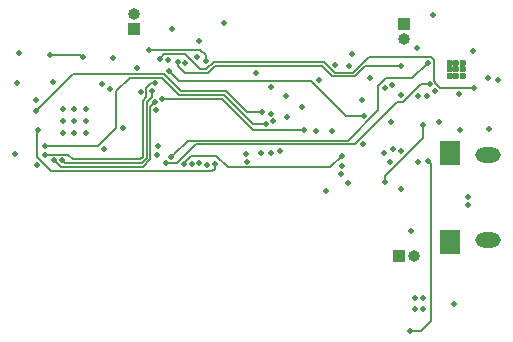
<source format=gbr>
%TF.GenerationSoftware,KiCad,Pcbnew,(5.1.9-0-10_14)*%
%TF.CreationDate,2021-08-08T20:33:52+02:00*%
%TF.ProjectId,Leo_muziekdoos,4c656f5f-6d75-47a6-9965-6b646f6f732e,rev?*%
%TF.SameCoordinates,Original*%
%TF.FileFunction,Copper,L2,Inr*%
%TF.FilePolarity,Positive*%
%FSLAX46Y46*%
G04 Gerber Fmt 4.6, Leading zero omitted, Abs format (unit mm)*
G04 Created by KiCad (PCBNEW (5.1.9-0-10_14)) date 2021-08-08 20:33:52*
%MOMM*%
%LPD*%
G01*
G04 APERTURE LIST*
%TA.AperFunction,ComponentPad*%
%ADD10C,0.600000*%
%TD*%
%TA.AperFunction,ComponentPad*%
%ADD11O,1.000000X1.000000*%
%TD*%
%TA.AperFunction,ComponentPad*%
%ADD12R,1.000000X1.000000*%
%TD*%
%TA.AperFunction,ComponentPad*%
%ADD13R,1.800000X2.000000*%
%TD*%
%TA.AperFunction,ComponentPad*%
%ADD14O,2.150000X1.300000*%
%TD*%
%TA.AperFunction,ComponentPad*%
%ADD15C,0.500000*%
%TD*%
%TA.AperFunction,ViaPad*%
%ADD16C,0.500000*%
%TD*%
%TA.AperFunction,Conductor*%
%ADD17C,0.152400*%
%TD*%
%TA.AperFunction,Conductor*%
%ADD18C,0.203200*%
%TD*%
G04 APERTURE END LIST*
D10*
%TO.N,GND*%
%TO.C,U5*%
X79594800Y-68944400D03*
X79594800Y-69494400D03*
X79594800Y-70044400D03*
X79044800Y-68944400D03*
X79044800Y-69494400D03*
X79044800Y-70044400D03*
X78494800Y-68944400D03*
X78494800Y-69494400D03*
X78494800Y-70044400D03*
%TD*%
D11*
%TO.N,Net-(C23-Pad2)*%
%TO.C,J4*%
X51816000Y-64820800D03*
D12*
%TO.N,Net-(C20-Pad2)*%
X51816000Y-66090800D03*
%TD*%
D11*
%TO.N,/I2S_DAC_AMP/SPK_OUT-*%
%TO.C,J3*%
X74625200Y-66903600D03*
D12*
%TO.N,/I2S_DAC_AMP/SPKOUT+*%
X74625200Y-65633600D03*
%TD*%
D11*
%TO.N,GND*%
%TO.C,J1*%
X75501500Y-85280500D03*
D12*
%TO.N,+BATT*%
X74231500Y-85280500D03*
%TD*%
D13*
%TO.N,GND*%
%TO.C,J2*%
X78551800Y-84140200D03*
D14*
X81711800Y-83940200D03*
D13*
X78551800Y-76540200D03*
D14*
X81711800Y-76740200D03*
%TD*%
D15*
%TO.N,GND*%
%TO.C,U3*%
X45736000Y-74850500D03*
X45736000Y-73850500D03*
X45736000Y-72850500D03*
X46736000Y-74850500D03*
X46736000Y-73850500D03*
X46736000Y-72850500D03*
X47736000Y-74850500D03*
X47736000Y-73850500D03*
X47736000Y-72850500D03*
%TD*%
D16*
%TO.N,GND*%
X65976500Y-72644000D03*
X42020787Y-68060491D03*
X41859200Y-70612000D03*
X44932600Y-70535800D03*
X50035400Y-68506280D03*
X55013860Y-66106040D03*
X63400500Y-70965500D03*
X50859029Y-74430229D03*
X77114400Y-64922400D03*
X71081900Y-72072500D03*
X57302400Y-67094000D03*
X57099200Y-68401213D03*
X59385200Y-65557400D03*
X69860200Y-79080400D03*
X68001797Y-79775363D03*
X75742800Y-67716400D03*
X80518000Y-67945000D03*
X79298800Y-71577200D03*
X72939150Y-76569069D03*
X82626198Y-70408800D03*
X78867000Y-89357200D03*
X75565000Y-88874600D03*
X76225400Y-88874600D03*
X76225400Y-89814400D03*
X75565000Y-89814400D03*
X43557576Y-77610033D03*
X49780010Y-71160506D03*
X53686794Y-76728634D03*
X76622097Y-71757249D03*
%TO.N,/CPU/ADC1_IN2*%
X71268410Y-73456800D03*
X54725821Y-69631038D03*
%TO.N,+BATT*%
X71729600Y-70256400D03*
X64774284Y-73559478D03*
X75260200Y-83134200D03*
X74371200Y-79654400D03*
X74414750Y-76427588D03*
X73558400Y-73939400D03*
%TO.N,/Power/PSU_BTN_RAW*%
X70235040Y-68144160D03*
X74405149Y-71686205D03*
X64109600Y-76377800D03*
%TO.N,+3V3*%
X43449240Y-72044560D03*
X62079039Y-69769810D03*
X49225200Y-76200000D03*
X77597000Y-73964800D03*
X73025000Y-79044800D03*
X76274981Y-74224980D03*
X81711800Y-70230996D03*
X54660800Y-68681600D03*
X52004617Y-69400778D03*
X49046461Y-70687585D03*
X61247900Y-76640300D03*
X53848000Y-75946000D03*
%TO.N,Net-(C17-Pad2)*%
X44640500Y-68237100D03*
X47447200Y-68478400D03*
%TO.N,/CPU/NRST*%
X53086000Y-67818000D03*
X57843810Y-68757800D03*
%TO.N,/Power/CHG_STAT_LED*%
X81813400Y-74574400D03*
X79375000Y-74599800D03*
%TO.N,/Power/PSU_EN*%
X75797702Y-71750902D03*
X73730039Y-76225400D03*
%TO.N,/CPU/USB_D-*%
X80060800Y-80949800D03*
X69337573Y-78331101D03*
%TO.N,/CPU/USB_D+*%
X69357494Y-77674165D03*
X80067261Y-80286536D03*
%TO.N,/CPU/SDIO_D0*%
X70002400Y-69189600D03*
X64687840Y-71710162D03*
%TO.N,/CPU/SDIO_CLK*%
X68783200Y-69088000D03*
X56673961Y-77491134D03*
%TO.N,/CPU/SDIO_CMD*%
X54121622Y-71954609D03*
X66146061Y-74619187D03*
%TO.N,/CPU/SDIO_D3*%
X67411600Y-70408800D03*
X63347600Y-73228200D03*
%TO.N,/CPU/SDIO_D2*%
X68570183Y-74695618D03*
X57964761Y-77566646D03*
%TO.N,/CPU/SDIO_D1*%
X67208400Y-74695620D03*
X57324477Y-77441432D03*
%TO.N,/CPU/MEAS_EN*%
X63582839Y-73895239D03*
X73025000Y-71069200D03*
%TO.N,/CPU/BTN_PWR*%
X63355589Y-76551822D03*
X53643012Y-72921896D03*
%TO.N,/CPU/PW_HOLD*%
X69367400Y-76835000D03*
X56021815Y-77509736D03*
%TO.N,/Power/PSU_EN_BUF*%
X75819000Y-77343000D03*
X73431400Y-77343000D03*
%TO.N,Net-(R5-Pad2)*%
X76631800Y-77241400D03*
X75145200Y-91629800D03*
%TO.N,/I2S_DAC_AMP/I2S_SD_MODE*%
X80543400Y-71043800D03*
X53963496Y-68568597D03*
%TO.N,/CPU/NFC_RX*%
X43459400Y-73012300D03*
X62619971Y-73066721D03*
%TO.N,/CPU/NFC_MISO*%
X62957448Y-74081055D03*
X44268334Y-75954000D03*
%TO.N,/CPU/SWCLK*%
X62509396Y-76530200D03*
%TO.N,/CPU/SWDIO*%
X61321702Y-77315742D03*
%TO.N,/CPU/NFC_TX*%
X43657520Y-74615040D03*
X58616639Y-77540267D03*
%TO.N,/CPU/DAC_BCLK*%
X54517514Y-77436195D03*
X76802011Y-70749238D03*
%TO.N,/CPU/DAC_LRCK*%
X76657200Y-68935600D03*
X54940200Y-76936600D03*
%TO.N,/CPU/NFC_SPI_MOSI*%
X53553212Y-72274845D03*
X45011340Y-77173663D03*
%TO.N,/CPU/NFC_SPI_SCK*%
X53340000Y-71323200D03*
X45702579Y-77173663D03*
%TO.N,/CPU/NFC_SPI_CS*%
X53543200Y-70662800D03*
X44211327Y-76695053D03*
%TO.N,/CPU/DAC_DATA*%
X74422000Y-69189600D03*
X55484250Y-68828020D03*
X77284650Y-71306707D03*
%TO.N,Net-(JP2-Pad2)*%
X41719500Y-76624180D03*
%TO.N,Net-(Q1-Pad3)*%
X73621728Y-70800593D03*
X71181267Y-75813611D03*
%TO.N,/CPU/HALL_OUT*%
X52338171Y-71422234D03*
X56126165Y-68944524D03*
%TD*%
D17*
%TO.N,/CPU/ADC1_IN2*%
X55575784Y-70481001D02*
X54975820Y-69881037D01*
X69751270Y-73456800D02*
X66775471Y-70481001D01*
X54975820Y-69881037D02*
X54725821Y-69631038D01*
X66775471Y-70481001D02*
X55575784Y-70481001D01*
X71268410Y-73456800D02*
X69751270Y-73456800D01*
D18*
%TO.N,+3V3*%
X73025000Y-79044800D02*
X73025000Y-78531622D01*
X73025000Y-78531622D02*
X76274981Y-75281641D01*
X76274981Y-75281641D02*
X76274981Y-74224980D01*
%TO.N,Net-(C17-Pad2)*%
X44640500Y-68237100D02*
X47205900Y-68237100D01*
X47205900Y-68237100D02*
X47447200Y-68478400D01*
D17*
%TO.N,/CPU/NRST*%
X57843810Y-68254662D02*
X57843810Y-68757800D01*
X53086000Y-67818000D02*
X57407148Y-67818000D01*
X57407148Y-67818000D02*
X57843810Y-68254662D01*
%TO.N,/CPU/SDIO_CMD*%
X63535750Y-74619187D02*
X66146061Y-74619187D01*
X61893787Y-74619187D02*
X63535750Y-74619187D01*
X59229209Y-71954609D02*
X61893787Y-74619187D01*
X54121622Y-71954609D02*
X59229209Y-71954609D01*
%TO.N,/CPU/PW_HOLD*%
X56021815Y-77379947D02*
X56021815Y-77509736D01*
X68408056Y-77794344D02*
X59709544Y-77794344D01*
X58732798Y-76817598D02*
X56584164Y-76817598D01*
X59709544Y-77794344D02*
X58732798Y-76817598D01*
X69367400Y-76835000D02*
X68408056Y-77794344D01*
X56584164Y-76817598D02*
X56021815Y-77379947D01*
D18*
%TO.N,Net-(R5-Pad2)*%
X75158600Y-91643200D02*
X75145200Y-91629800D01*
X76098400Y-91643200D02*
X75158600Y-91643200D01*
X76911200Y-90830400D02*
X76098400Y-91643200D01*
X76911200Y-77520800D02*
X76911200Y-90830400D01*
X76631800Y-77241400D02*
X76911200Y-77520800D01*
D17*
%TO.N,/I2S_DAC_AMP/I2S_SD_MODE*%
X67846270Y-68859400D02*
X58513859Y-68859400D01*
X71646532Y-68456998D02*
X70333729Y-69769801D01*
X57373893Y-69494400D02*
X56057092Y-68177599D01*
X77280613Y-70519508D02*
X77216000Y-70454895D01*
X77280613Y-70625813D02*
X77280613Y-70519508D01*
X80543400Y-71043800D02*
X77698600Y-71043800D01*
X58513859Y-68859400D02*
X57878859Y-69494400D01*
X76940598Y-68456998D02*
X71646532Y-68456998D01*
X54354494Y-68177599D02*
X53963496Y-68568597D01*
X68756671Y-69769801D02*
X67846270Y-68859400D01*
X57878859Y-69494400D02*
X57373893Y-69494400D01*
X77216000Y-70454895D02*
X77216000Y-68732400D01*
X70333729Y-69769801D02*
X68756671Y-69769801D01*
X77216000Y-68732400D02*
X76940598Y-68456998D01*
X56057092Y-68177599D02*
X54354494Y-68177599D01*
X77698600Y-71043800D02*
X77280613Y-70625813D01*
%TO.N,/CPU/NFC_RX*%
X43459400Y-73125330D02*
X43459400Y-73012300D01*
X62595952Y-73090740D02*
X62619971Y-73066721D01*
X61306521Y-73066721D02*
X62619971Y-73066721D01*
X46592312Y-69879388D02*
X54282321Y-69879388D01*
X59584787Y-71344987D02*
X61306521Y-73066721D01*
X43459400Y-73012300D02*
X46592312Y-69879388D01*
X55747919Y-71344987D02*
X59584787Y-71344987D01*
X54282321Y-69879388D02*
X55747919Y-71344987D01*
%TO.N,/CPU/NFC_MISO*%
X48762870Y-75954000D02*
X44268334Y-75954000D01*
X50258611Y-74458259D02*
X48762870Y-75954000D01*
X51413847Y-70184199D02*
X50258611Y-71339435D01*
X50258611Y-71339435D02*
X50258611Y-74458259D01*
X62957448Y-74081055D02*
X61863655Y-74081055D01*
X61863655Y-74081055D02*
X59432398Y-71649798D01*
X54156065Y-70184199D02*
X51413847Y-70184199D01*
X55621664Y-71649798D02*
X54156065Y-70184199D01*
X59432398Y-71649798D02*
X55621664Y-71649798D01*
%TO.N,/CPU/NFC_TX*%
X43566080Y-74622660D02*
X43566080Y-76941680D01*
X44723563Y-78099163D02*
X58411296Y-78099163D01*
X58411296Y-78099163D02*
X58616639Y-77893820D01*
X58616639Y-77893820D02*
X58616639Y-77540267D01*
X43566080Y-76941680D02*
X44723563Y-78099163D01*
%TO.N,/CPU/DAC_BCLK*%
X54533800Y-77432806D02*
X54530411Y-77436195D01*
X54530411Y-77436195D02*
X54517514Y-77436195D01*
X55406828Y-77436195D02*
X56998601Y-75844422D01*
X70469525Y-75844422D02*
X74055636Y-72258311D01*
X54517514Y-77436195D02*
X55406828Y-77436195D01*
X56998601Y-75844422D02*
X70469525Y-75844422D01*
X74055636Y-72258311D02*
X74556559Y-72258311D01*
X76065632Y-70749238D02*
X76802011Y-70749238D01*
X74556559Y-72258311D02*
X76065632Y-70749238D01*
%TO.N,/CPU/DAC_LRCK*%
X72470197Y-72963343D02*
X69894325Y-75539215D01*
X75341801Y-70250999D02*
X73088881Y-70250999D01*
X73088881Y-70250999D02*
X72470197Y-70869683D01*
X72470197Y-70869683D02*
X72470197Y-72963343D01*
X55190199Y-76686601D02*
X54940200Y-76936600D01*
X76657200Y-68935600D02*
X75341801Y-70250999D01*
X56337585Y-75539215D02*
X55190199Y-76686601D01*
X69894325Y-75539215D02*
X56337585Y-75539215D01*
%TO.N,/CPU/NFC_SPI_MOSI*%
X53164411Y-72663646D02*
X53164411Y-77110723D01*
X53164411Y-77110723D02*
X52551112Y-77724022D01*
X45561699Y-77724022D02*
X45011340Y-77173663D01*
X53553212Y-72274845D02*
X53164411Y-72663646D01*
X52551112Y-77724022D02*
X45561699Y-77724022D01*
%TO.N,/CPU/NFC_SPI_SCK*%
X52859600Y-72276643D02*
X52859600Y-76984467D01*
X53340000Y-71796243D02*
X52859600Y-72276643D01*
X53340000Y-71323200D02*
X53340000Y-71796243D01*
X45948127Y-77419211D02*
X45702579Y-77173663D01*
X52859600Y-76984467D02*
X52424856Y-77419211D01*
X52424856Y-77419211D02*
X45948127Y-77419211D01*
%TO.N,/CPU/NFC_SPI_CS*%
X53189647Y-70662800D02*
X53543200Y-70662800D01*
X52825419Y-71027028D02*
X53189647Y-70662800D01*
X52501800Y-72186858D02*
X52825419Y-71863239D01*
X52298600Y-77114400D02*
X52501800Y-76911200D01*
X46583600Y-77114400D02*
X52298600Y-77114400D01*
X46164253Y-76695053D02*
X46583600Y-77114400D01*
X44211327Y-76695053D02*
X46164253Y-76695053D01*
X52825419Y-71863239D02*
X52825419Y-71027028D01*
X52501800Y-76911200D02*
X52501800Y-72186858D01*
%TO.N,/CPU/DAC_DATA*%
X55484250Y-69181573D02*
X55484250Y-68828020D01*
X56101888Y-69799211D02*
X55484250Y-69181573D01*
X58005115Y-69799211D02*
X56101888Y-69799211D01*
X58614726Y-69189600D02*
X58005115Y-69799211D01*
X74422000Y-69189600D02*
X71344997Y-69189600D01*
X70459985Y-70074612D02*
X68580286Y-70074612D01*
X68580286Y-70074612D02*
X67695274Y-69189600D01*
X71344997Y-69189600D02*
X70459985Y-70074612D01*
X67695274Y-69189600D02*
X58614726Y-69189600D01*
%TD*%
M02*

</source>
